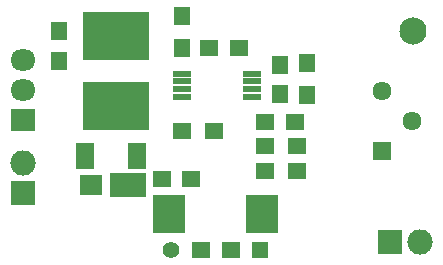
<source format=gts>
G04 #@! TF.FileFunction,Soldermask,Top*
%FSLAX46Y46*%
G04 Gerber Fmt 4.6, Leading zero omitted, Abs format (unit mm)*
G04 Created by KiCad (PCBNEW 4.0.1-stable) date Tisdag 22 Mars 2016 22:05:33*
%MOMM*%
G01*
G04 APERTURE LIST*
%ADD10C,0.100000*%
%ADD11R,1.351600X1.601600*%
%ADD12R,1.601600X1.351600*%
%ADD13R,1.501140X2.301240*%
%ADD14R,1.951600X1.751600*%
%ADD15R,3.101600X2.051600*%
%ADD16R,5.601600X4.101600*%
%ADD17R,1.401600X1.601600*%
%ADD18R,1.601600X1.401600*%
%ADD19R,2.801600X3.301600*%
%ADD20R,2.133600X1.828800*%
%ADD21O,2.133600X1.828800*%
%ADD22R,1.551600X0.551600*%
%ADD23C,1.611600*%
%ADD24R,1.611600X1.611600*%
%ADD25R,1.401600X1.401600*%
%ADD26C,1.401600*%
%ADD27R,2.133600X2.133600*%
%ADD28O,2.133600X2.133600*%
%ADD29C,2.301600*%
G04 APERTURE END LIST*
D10*
D11*
X165400000Y-110850000D03*
X165400000Y-108350000D03*
D12*
X178150000Y-109800000D03*
X180650000Y-109800000D03*
X182875000Y-116025000D03*
X185375000Y-116025000D03*
D11*
X184125000Y-111175000D03*
X184125000Y-113675000D03*
D12*
X179975000Y-126900000D03*
X177475000Y-126900000D03*
X174100000Y-120825000D03*
X176600000Y-120825000D03*
D13*
X167600360Y-118900000D03*
X171999640Y-118900000D03*
D14*
X168100000Y-121350000D03*
D15*
X171230000Y-121350000D03*
D16*
X170210000Y-108710000D03*
X170210000Y-114700000D03*
D17*
X175800000Y-107050000D03*
X175800000Y-109750000D03*
D18*
X175800000Y-116750000D03*
X178500000Y-116750000D03*
D17*
X186450000Y-111000000D03*
X186450000Y-113700000D03*
D19*
X182600000Y-123825000D03*
X174700000Y-123825000D03*
D18*
X185575000Y-120175000D03*
X182875000Y-120175000D03*
X182875000Y-118100000D03*
X185575000Y-118100000D03*
D20*
X162400000Y-115900000D03*
D21*
X162400000Y-113360000D03*
X162400000Y-110820000D03*
D22*
X175850000Y-111925000D03*
X175850000Y-112575000D03*
X175850000Y-113225000D03*
X175850000Y-113875000D03*
X181750000Y-113875000D03*
X181750000Y-113225000D03*
X181750000Y-112575000D03*
X181750000Y-111925000D03*
D23*
X192775000Y-113445000D03*
D24*
X192775000Y-118525000D03*
D23*
X195315000Y-115985000D03*
D25*
X182400000Y-126900000D03*
D26*
X174900000Y-126900000D03*
D27*
X162375000Y-122050000D03*
D28*
X162375000Y-119510000D03*
D27*
X193400000Y-126150000D03*
D28*
X195940000Y-126150000D03*
D29*
X195400000Y-108300000D03*
M02*

</source>
